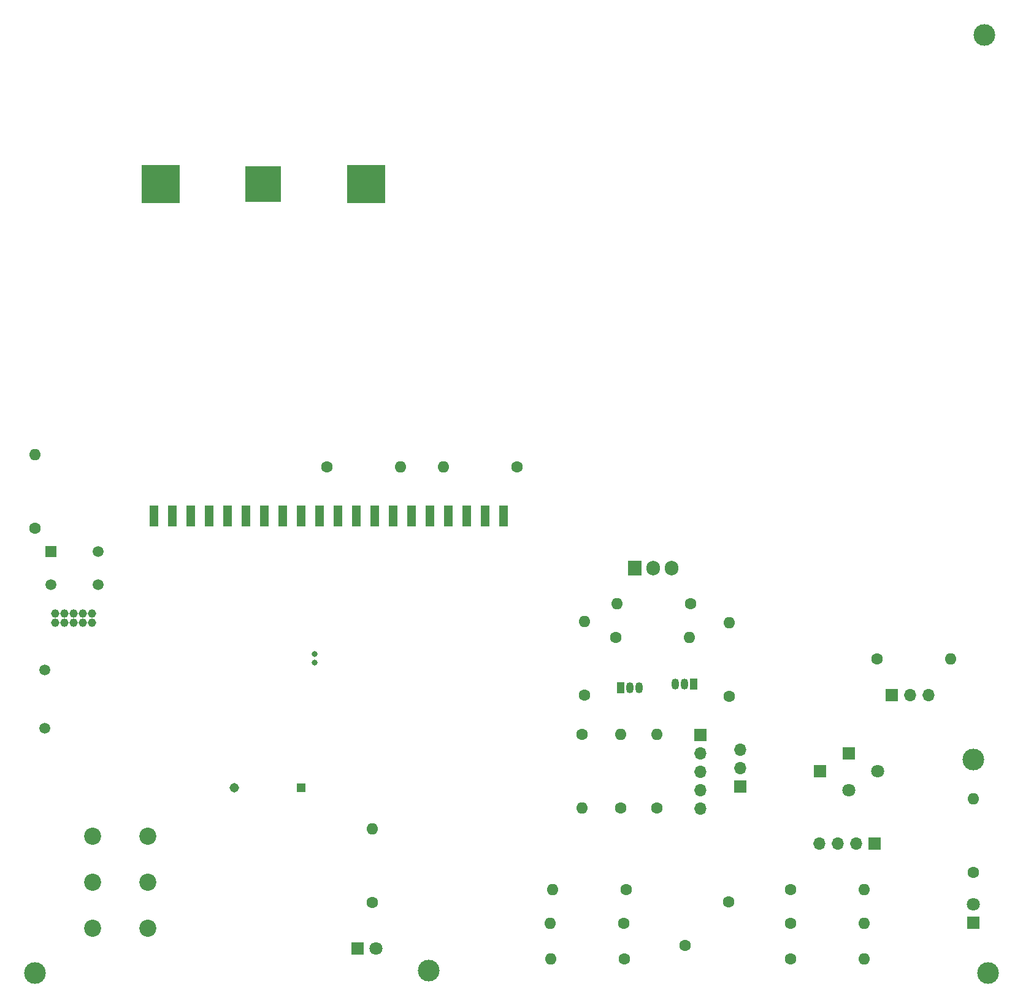
<source format=gbr>
%TF.GenerationSoftware,KiCad,Pcbnew,9.0.0*%
%TF.CreationDate,2025-05-12T01:47:32+10:00*%
%TF.ProjectId,Control_Unit,436f6e74-726f-46c5-9f55-6e69742e6b69,rev?*%
%TF.SameCoordinates,Original*%
%TF.FileFunction,Soldermask,Bot*%
%TF.FilePolarity,Negative*%
%FSLAX46Y46*%
G04 Gerber Fmt 4.6, Leading zero omitted, Abs format (unit mm)*
G04 Created by KiCad (PCBNEW 9.0.0) date 2025-05-12 01:47:32*
%MOMM*%
%LPD*%
G01*
G04 APERTURE LIST*
%ADD10C,0.810000*%
%ADD11C,1.600000*%
%ADD12O,1.600000X1.600000*%
%ADD13R,1.200000X3.000000*%
%ADD14R,1.800000X1.800000*%
%ADD15C,1.800000*%
%ADD16R,1.700000X1.700000*%
%ADD17O,1.700000X1.700000*%
%ADD18C,3.000000*%
%ADD19C,1.168400*%
%ADD20R,1.050000X1.500000*%
%ADD21O,1.050000X1.500000*%
%ADD22R,1.905000X2.000000*%
%ADD23O,1.905000X2.000000*%
%ADD24C,1.500000*%
%ADD25R,1.498600X1.498600*%
%ADD26C,1.498600*%
%ADD27C,1.308000*%
%ADD28R,1.308000X1.308000*%
%ADD29C,2.362200*%
%ADD30R,5.000000X5.000000*%
%ADD31R,5.300000X5.300000*%
G04 APERTURE END LIST*
D10*
%TO.C,Y1*%
X111051500Y-114478500D03*
X111051500Y-115648500D03*
%TD*%
D11*
%TO.C,R9*%
X176749000Y-156500000D03*
D12*
X186909000Y-156500000D03*
%TD*%
D13*
%TO.C,U4*%
X137130000Y-95400000D03*
X134590000Y-95400000D03*
X132050000Y-95400000D03*
X129510000Y-95400000D03*
X126970000Y-95400000D03*
X124430000Y-95400000D03*
X121890000Y-95400000D03*
X119350000Y-95400000D03*
X116810000Y-95400000D03*
X114270000Y-95400000D03*
X111730000Y-95400000D03*
X109190000Y-95400000D03*
X106650000Y-95400000D03*
X104110000Y-95400000D03*
X101570000Y-95400000D03*
X99030000Y-95400000D03*
X96490000Y-95400000D03*
X93950000Y-95400000D03*
X91410000Y-95400000D03*
X88870000Y-95400000D03*
%TD*%
D14*
%TO.C,U9*%
X184829000Y-128138500D03*
D15*
X184829000Y-133238500D03*
D14*
X180829000Y-130638500D03*
D15*
X188829000Y-130638500D03*
%TD*%
D11*
%TO.C,R20*%
X152669000Y-112138500D03*
D12*
X162829000Y-112138500D03*
%TD*%
D16*
%TO.C,J2*%
X169829000Y-132718500D03*
D17*
X169829000Y-130178500D03*
X169829000Y-127638500D03*
%TD*%
D14*
%TO.C,LED1*%
X202000000Y-151540000D03*
D15*
X202000000Y-149000000D03*
%TD*%
D18*
%TO.C,TP2*%
X202000000Y-129000000D03*
%TD*%
D11*
%TO.C,R18*%
X148329000Y-120138500D03*
D12*
X148329000Y-109978500D03*
%TD*%
D11*
%TO.C,R5*%
X154080000Y-147000000D03*
D12*
X143920000Y-147000000D03*
%TD*%
D11*
%TO.C,R21*%
X168329000Y-120298500D03*
D12*
X168329000Y-110138500D03*
%TD*%
D11*
%TO.C,R14*%
X158329000Y-135718500D03*
D12*
X158329000Y-125558500D03*
%TD*%
D11*
%TO.C,R6*%
X176749000Y-151638500D03*
D12*
X186909000Y-151638500D03*
%TD*%
D11*
%TO.C,R15*%
X153329000Y-135718500D03*
D12*
X153329000Y-125558500D03*
%TD*%
D18*
%TO.C,TP1*%
X126829000Y-158138500D03*
%TD*%
D19*
%TO.C,J1*%
X80329000Y-108868500D03*
X80329000Y-110138500D03*
X79059000Y-108868500D03*
X79059000Y-110138500D03*
X77789000Y-108868500D03*
X77789000Y-110138500D03*
X76519000Y-108868500D03*
X76519000Y-110138500D03*
X75249000Y-108868500D03*
X75249000Y-110138500D03*
%TD*%
D20*
%TO.C,Q3*%
X163369000Y-118638500D03*
D21*
X162099000Y-118638500D03*
X160829000Y-118638500D03*
%TD*%
D16*
%TO.C,J5*%
X164329000Y-125598500D03*
D17*
X164329000Y-128138500D03*
X164329000Y-130678500D03*
X164329000Y-133218500D03*
X164329000Y-135758500D03*
%TD*%
D11*
%TO.C,R12*%
X202000000Y-144580000D03*
D12*
X202000000Y-134420000D03*
%TD*%
D22*
%TO.C,Q2*%
X155249000Y-102638500D03*
D23*
X157789000Y-102638500D03*
X160329000Y-102638500D03*
%TD*%
D11*
%TO.C,R16*%
X148000000Y-125555300D03*
D12*
X148000000Y-135715300D03*
%TD*%
D24*
%TO.C,U3*%
X73829000Y-116688500D03*
X73829000Y-124688500D03*
%TD*%
D11*
%TO.C,R10*%
X138989000Y-88638500D03*
D12*
X128829000Y-88638500D03*
%TD*%
D11*
%TO.C,SW2*%
X168249000Y-148638500D03*
X162249000Y-154638500D03*
%TD*%
D14*
%TO.C,LED2*%
X116960000Y-155138500D03*
D15*
X119500000Y-155138500D03*
%TD*%
D20*
%TO.C,Q1*%
X153289000Y-119138500D03*
D21*
X154559000Y-119138500D03*
X155829000Y-119138500D03*
%TD*%
D11*
%TO.C,R8*%
X176749000Y-147000000D03*
D12*
X186909000Y-147000000D03*
%TD*%
D11*
%TO.C,R22*%
X112725200Y-88620600D03*
D12*
X122885200Y-88620600D03*
%TD*%
D25*
%TO.C,SW3*%
X74673499Y-100351499D03*
D26*
X81173500Y-100351499D03*
X74673499Y-104851500D03*
X81173500Y-104851500D03*
%TD*%
D16*
%TO.C,J4*%
X188409000Y-140638500D03*
D17*
X185869000Y-140638500D03*
X183329000Y-140638500D03*
X180789000Y-140638500D03*
%TD*%
D11*
%TO.C,R17*%
X188669000Y-115138500D03*
D12*
X198829000Y-115138500D03*
%TD*%
D27*
%TO.C,D1*%
X99956200Y-132912200D03*
D28*
X109236200Y-132912200D03*
%TD*%
D11*
%TO.C,R4*%
X153834000Y-156500000D03*
D12*
X143674000Y-156500000D03*
%TD*%
D29*
%TO.C,SW1*%
X80380000Y-152338500D03*
X80380000Y-145988500D03*
X80380000Y-139638500D03*
X88000000Y-152338500D03*
X88000000Y-145988500D03*
X88000000Y-139638500D03*
%TD*%
D11*
%TO.C,R13*%
X119000000Y-148718500D03*
D12*
X119000000Y-138558500D03*
%TD*%
D11*
%TO.C,R19*%
X162989000Y-107500000D03*
D12*
X152829000Y-107500000D03*
%TD*%
D11*
%TO.C,R11*%
X72500000Y-97080000D03*
D12*
X72500000Y-86920000D03*
%TD*%
D16*
%TO.C,J3*%
X190749000Y-120138500D03*
D17*
X193289000Y-120138500D03*
X195829000Y-120138500D03*
%TD*%
D11*
%TO.C,R7*%
X153754000Y-151638500D03*
D12*
X143594000Y-151638500D03*
%TD*%
D18*
%TO.C,FID4*%
X203500000Y-29000000D03*
%TD*%
%TO.C,FID6*%
X204000000Y-158500000D03*
%TD*%
D30*
%TO.C,BT1*%
X104000000Y-49638500D03*
D31*
X118200000Y-49638500D03*
X89800000Y-49638500D03*
%TD*%
D18*
%TO.C,FID5*%
X72500000Y-158500000D03*
%TD*%
M02*

</source>
